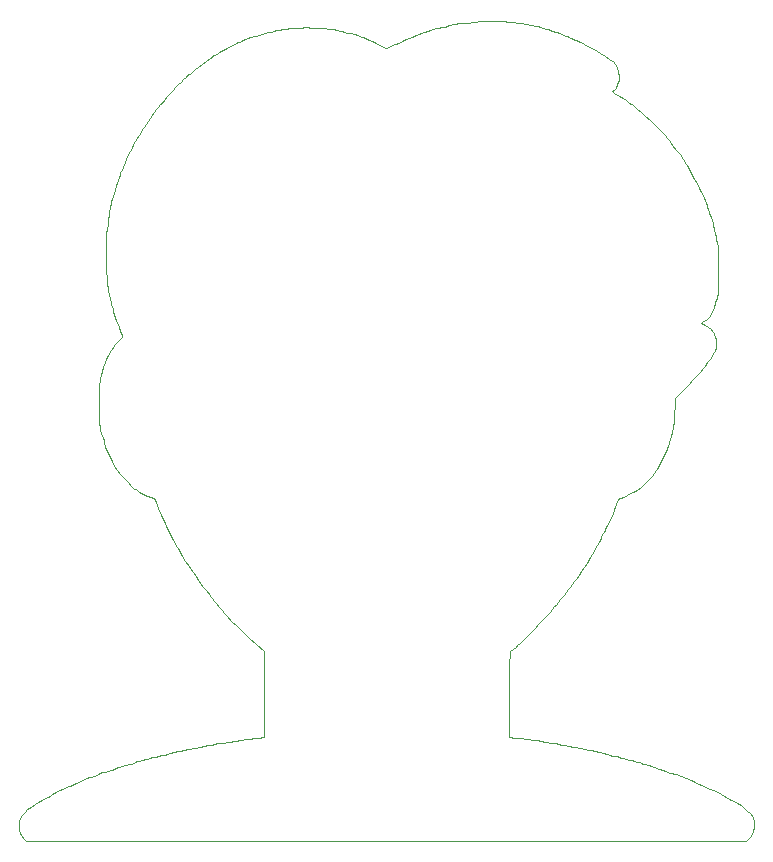
<source format=gm1>
G04 #@! TF.GenerationSoftware,KiCad,Pcbnew,6.0.9-8da3e8f707~117~ubuntu22.04.1*
G04 #@! TF.CreationDate,2022-12-24T17:10:54-08:00*
G04 #@! TF.ProjectId,covid-dude,636f7669-642d-4647-9564-652e6b696361,rev?*
G04 #@! TF.SameCoordinates,Original*
G04 #@! TF.FileFunction,Profile,NP*
%FSLAX46Y46*%
G04 Gerber Fmt 4.6, Leading zero omitted, Abs format (unit mm)*
G04 Created by KiCad (PCBNEW 6.0.9-8da3e8f707~117~ubuntu22.04.1) date 2022-12-24 17:10:54*
%MOMM*%
%LPD*%
G01*
G04 APERTURE LIST*
G04 #@! TA.AperFunction,Profile*
%ADD10C,0.100000*%
G04 #@! TD*
G04 APERTURE END LIST*
G04 #@! TO.C,G\u002A\u002A\u002A*
D10*
X108372391Y-65469981D02*
X108807708Y-65495749D01*
X108966369Y-65513191D01*
X109206942Y-65543117D01*
X109507998Y-65578730D01*
X109817499Y-65613922D01*
X109928062Y-65626084D01*
X110208969Y-65661834D01*
X110483881Y-65705670D01*
X110709485Y-65750351D01*
X110785321Y-65769348D01*
X110985842Y-65817043D01*
X111168325Y-65846500D01*
X111237882Y-65851100D01*
X111378629Y-65868443D01*
X111576654Y-65913335D01*
X111738307Y-65960272D01*
X111987036Y-66039691D01*
X112268581Y-66128732D01*
X112445434Y-66184196D01*
X112757065Y-66284952D01*
X113084089Y-66396658D01*
X113401975Y-66510331D01*
X113686194Y-66616990D01*
X113912216Y-66707654D01*
X114055511Y-66773340D01*
X114057683Y-66774510D01*
X114194932Y-66837901D01*
X114296948Y-66866620D01*
X114301032Y-66866764D01*
X114384249Y-66891569D01*
X114536404Y-66956772D01*
X114726899Y-67049101D01*
X114757270Y-67064667D01*
X114946245Y-67159351D01*
X115096472Y-67229273D01*
X115179806Y-67261442D01*
X115185363Y-67262222D01*
X115253628Y-67289592D01*
X115388208Y-67361238D01*
X115554449Y-67458358D01*
X115772793Y-67584183D01*
X116037260Y-67727375D01*
X116291502Y-67857445D01*
X116297261Y-67860275D01*
X116556830Y-68001013D01*
X116843974Y-68177004D01*
X117099064Y-68351581D01*
X117112472Y-68361527D01*
X117315905Y-68508812D01*
X117506302Y-68638898D01*
X117650201Y-68729134D01*
X117678173Y-68744469D01*
X117889449Y-68889706D01*
X118071490Y-69101283D01*
X118233029Y-69378889D01*
X118377672Y-69750399D01*
X118422939Y-70114312D01*
X118383294Y-70462896D01*
X118277638Y-70834053D01*
X118134250Y-71120224D01*
X117963294Y-71305949D01*
X117820137Y-71410889D01*
X118003721Y-71531040D01*
X118423431Y-71806640D01*
X118750445Y-72023382D01*
X118983849Y-72180658D01*
X119120712Y-72276378D01*
X119257256Y-72372860D01*
X119429530Y-72490431D01*
X119488418Y-72529750D01*
X119705296Y-72688980D01*
X119982716Y-72916245D01*
X120304740Y-73196386D01*
X120655430Y-73514249D01*
X121018848Y-73854678D01*
X121379054Y-74202516D01*
X121720111Y-74542607D01*
X122026080Y-74859795D01*
X122281023Y-75138924D01*
X122466707Y-75361855D01*
X122625882Y-75567255D01*
X122807419Y-75799748D01*
X122924855Y-75949161D01*
X123260060Y-76380472D01*
X123547384Y-76766379D01*
X123814578Y-77145433D01*
X124089395Y-77556186D01*
X124163145Y-77669272D01*
X124282639Y-77865587D01*
X124436775Y-78137148D01*
X124615330Y-78464132D01*
X124808080Y-78826713D01*
X125004803Y-79205066D01*
X125195273Y-79579367D01*
X125369267Y-79929791D01*
X125516562Y-80236512D01*
X125626934Y-80479707D01*
X125680374Y-80611334D01*
X125763593Y-80835395D01*
X125859194Y-81087049D01*
X125904428Y-81204000D01*
X125982019Y-81414480D01*
X126049177Y-81616365D01*
X126076961Y-81712000D01*
X126122740Y-81865850D01*
X126193276Y-82079040D01*
X126273028Y-82304667D01*
X126352128Y-82548116D01*
X126416752Y-82796200D01*
X126450917Y-82982000D01*
X126488507Y-83201256D01*
X126543186Y-83414681D01*
X126564344Y-83477031D01*
X126618034Y-83664423D01*
X126644079Y-83843554D01*
X126644543Y-83863455D01*
X126661504Y-84015011D01*
X126705082Y-84218511D01*
X126743541Y-84356202D01*
X126771009Y-84456947D01*
X126792957Y-84571832D01*
X126809969Y-84714047D01*
X126822628Y-84896782D01*
X126831520Y-85133226D01*
X126837228Y-85436568D01*
X126840336Y-85820000D01*
X126841429Y-86296710D01*
X126841406Y-86566222D01*
X126841192Y-87074900D01*
X126840219Y-87486078D01*
X126836976Y-87815143D01*
X126829957Y-88077480D01*
X126817652Y-88288478D01*
X126798553Y-88463522D01*
X126771151Y-88617999D01*
X126733937Y-88767296D01*
X126685404Y-88926798D01*
X126624041Y-89111893D01*
X126578531Y-89247334D01*
X126526916Y-89410519D01*
X126467298Y-89611057D01*
X126450286Y-89670667D01*
X126278214Y-90127284D01*
X126045286Y-90498086D01*
X125755912Y-90777051D01*
X125548592Y-90901975D01*
X125333718Y-91006259D01*
X125720813Y-91209219D01*
X125990689Y-91362272D01*
X126183059Y-91506999D01*
X126327145Y-91672536D01*
X126452170Y-91888018D01*
X126498821Y-91984889D01*
X126582767Y-92195182D01*
X126627606Y-92401697D01*
X126643403Y-92656031D01*
X126643990Y-92729103D01*
X126636784Y-92961333D01*
X126617285Y-93167686D01*
X126589556Y-93306640D01*
X126586673Y-93314745D01*
X126527227Y-93428494D01*
X126414347Y-93609632D01*
X126263230Y-93835800D01*
X126089072Y-94084640D01*
X125907070Y-94333793D01*
X125786447Y-94492158D01*
X125671179Y-94653754D01*
X125572451Y-94812849D01*
X125571580Y-94814427D01*
X125493975Y-94923567D01*
X125347936Y-95099295D01*
X125145393Y-95328734D01*
X124898272Y-95599006D01*
X124618500Y-95897235D01*
X124318006Y-96210543D01*
X124008717Y-96526052D01*
X123717037Y-96816659D01*
X123137193Y-97386873D01*
X123135092Y-98001992D01*
X123121987Y-98701169D01*
X123086940Y-99301599D01*
X123028635Y-99815534D01*
X122945758Y-100255222D01*
X122860007Y-100564445D01*
X122773243Y-100832388D01*
X122688271Y-101095471D01*
X122618596Y-101311851D01*
X122595816Y-101382889D01*
X122490585Y-101671638D01*
X122345564Y-102014670D01*
X122174781Y-102383462D01*
X121992263Y-102749493D01*
X121812039Y-103084239D01*
X121648135Y-103359178D01*
X121561095Y-103486783D01*
X121195095Y-103966875D01*
X120865824Y-104361384D01*
X120557089Y-104684506D01*
X120252699Y-104950434D01*
X119936461Y-105173366D01*
X119592182Y-105367495D01*
X119217947Y-105540930D01*
X118975563Y-105644611D01*
X118754978Y-105739070D01*
X118588455Y-105810486D01*
X118531753Y-105834871D01*
X118439595Y-105891382D01*
X118361666Y-105987086D01*
X118282477Y-106146290D01*
X118201118Y-106353706D01*
X118112699Y-106592036D01*
X118029045Y-106817041D01*
X117965809Y-106986632D01*
X117957011Y-107010138D01*
X117902133Y-107140078D01*
X117809688Y-107342580D01*
X117693226Y-107589495D01*
X117566298Y-107852674D01*
X117442454Y-108103967D01*
X117335243Y-108315226D01*
X117269467Y-108438445D01*
X117222215Y-108529329D01*
X117136789Y-108699469D01*
X117024309Y-108926512D01*
X116895897Y-109188103D01*
X116862310Y-109256889D01*
X116713489Y-109555098D01*
X116558462Y-109854082D01*
X116415003Y-110120233D01*
X116300883Y-110319939D01*
X116295200Y-110329334D01*
X116144444Y-110577746D01*
X115978398Y-110851899D01*
X115856932Y-111052833D01*
X115686302Y-111326831D01*
X115472244Y-111657783D01*
X115236030Y-112013909D01*
X114998934Y-112363431D01*
X114782229Y-112674570D01*
X114634537Y-112878946D01*
X114473700Y-113095825D01*
X114288105Y-113346196D01*
X114132436Y-113556279D01*
X113957333Y-113786166D01*
X113762078Y-114032823D01*
X113604699Y-114224000D01*
X113452052Y-114407378D01*
X113260557Y-114642055D01*
X113060900Y-114890276D01*
X112962418Y-115014222D01*
X112787854Y-115228048D01*
X112579034Y-115470105D01*
X112327036Y-115750110D01*
X112022936Y-116077783D01*
X111657811Y-116462841D01*
X111222739Y-116915001D01*
X111116035Y-117025185D01*
X110934568Y-117212555D01*
X110718022Y-117436394D01*
X110509788Y-117651846D01*
X110486957Y-117675485D01*
X110287142Y-117873182D01*
X110039362Y-118105063D01*
X109783525Y-118334200D01*
X109661701Y-118439041D01*
X109182671Y-118844083D01*
X109145363Y-120160597D01*
X109136796Y-120524971D01*
X109128914Y-120979652D01*
X109121951Y-121502058D01*
X109116138Y-122069608D01*
X109111708Y-122659720D01*
X109108893Y-123249814D01*
X109107925Y-123800378D01*
X109107795Y-126123644D01*
X109602784Y-126157004D01*
X109894121Y-126181137D01*
X110203163Y-126213826D01*
X110468203Y-126248467D01*
X110493764Y-126252385D01*
X110767356Y-126291160D01*
X111078755Y-126329341D01*
X111315830Y-126354261D01*
X111531566Y-126379229D01*
X111707122Y-126408289D01*
X111808418Y-126435659D01*
X111814432Y-126438839D01*
X111896567Y-126462521D01*
X112066338Y-126493814D01*
X112298853Y-126528622D01*
X112565414Y-126562407D01*
X112839626Y-126597838D01*
X113079709Y-126635432D01*
X113259193Y-126670616D01*
X113350064Y-126697960D01*
X113474413Y-126734692D01*
X113647786Y-126753867D01*
X113688075Y-126754667D01*
X113891051Y-126774532D01*
X114082905Y-126823169D01*
X114103671Y-126831284D01*
X114264235Y-126880669D01*
X114479789Y-126925438D01*
X114625128Y-126946375D01*
X114813730Y-126969933D01*
X115004105Y-126999023D01*
X115222628Y-127038440D01*
X115495673Y-127092976D01*
X115849615Y-127167424D01*
X115896213Y-127177375D01*
X116122876Y-127224444D01*
X116335832Y-127266365D01*
X116461915Y-127289342D01*
X116618332Y-127320360D01*
X116819557Y-127369443D01*
X117083727Y-127441421D01*
X117428982Y-127541125D01*
X117621603Y-127598098D01*
X117833371Y-127656673D01*
X118014668Y-127699021D01*
X118127712Y-127716364D01*
X118130735Y-127716417D01*
X118234538Y-127732424D01*
X118413824Y-127774639D01*
X118636218Y-127835175D01*
X118724721Y-127861167D01*
X118984666Y-127934704D01*
X119242668Y-128000370D01*
X119451419Y-128046282D01*
X119488418Y-128052956D01*
X119674454Y-128094472D01*
X119921682Y-128163250D01*
X120185479Y-128246589D01*
X120266152Y-128274276D01*
X120494150Y-128351022D01*
X120688476Y-128410428D01*
X120819803Y-128443791D01*
X120851589Y-128448000D01*
X120964090Y-128470033D01*
X121112652Y-128523400D01*
X121120403Y-128526789D01*
X121407107Y-128642770D01*
X121770133Y-128773033D01*
X122175741Y-128905710D01*
X122345211Y-128957658D01*
X122777623Y-129094025D01*
X123233663Y-129249249D01*
X123692793Y-129415373D01*
X124134472Y-129584437D01*
X124538159Y-129748483D01*
X124883316Y-129899552D01*
X125149402Y-130029684D01*
X125234102Y-130077049D01*
X125407783Y-130165878D01*
X125625893Y-130259065D01*
X125743233Y-130302474D01*
X126155229Y-130464931D01*
X126601230Y-130675375D01*
X127029448Y-130908200D01*
X127273040Y-131058957D01*
X127494446Y-131195034D01*
X127720906Y-131318525D01*
X127904751Y-131403501D01*
X127910475Y-131405705D01*
X128135914Y-131513908D01*
X128414222Y-131680533D01*
X128717125Y-131885327D01*
X129016353Y-132108039D01*
X129283635Y-132328415D01*
X129490699Y-132526203D01*
X129520412Y-132559001D01*
X129732035Y-132883105D01*
X129846248Y-133256500D01*
X129861135Y-133667930D01*
X129780728Y-134086456D01*
X129672650Y-134340353D01*
X129496419Y-134567880D01*
X129431187Y-134632923D01*
X129169959Y-134882667D01*
X98702908Y-134880879D01*
X68235857Y-134879090D01*
X68078010Y-134761625D01*
X67961718Y-134643047D01*
X67837714Y-134468871D01*
X67775079Y-134358488D01*
X67695151Y-134176882D01*
X67649388Y-133996231D01*
X67628811Y-133772061D01*
X67624987Y-133615013D01*
X67647208Y-133236941D01*
X67731852Y-132928063D01*
X67891989Y-132655989D01*
X68107326Y-132419769D01*
X68335152Y-132223615D01*
X68627183Y-132003084D01*
X68948959Y-131781594D01*
X69266023Y-131582566D01*
X69543917Y-131429421D01*
X69612069Y-131397022D01*
X69844727Y-131280262D01*
X70098425Y-131135934D01*
X70244098Y-131044081D01*
X70456552Y-130913056D01*
X70728672Y-130760745D01*
X71031742Y-130601616D01*
X71337048Y-130450139D01*
X71615872Y-130320782D01*
X71839500Y-130228014D01*
X71916371Y-130201475D01*
X72089956Y-130139239D01*
X72309838Y-130048712D01*
X72478619Y-129972628D01*
X72843130Y-129802173D01*
X73126713Y-129674136D01*
X73349507Y-129580202D01*
X73531655Y-129512053D01*
X73693298Y-129461375D01*
X73761832Y-129442802D01*
X73981685Y-129373258D01*
X74194765Y-129286423D01*
X74275867Y-129245506D01*
X74469153Y-129156282D01*
X74692552Y-129078741D01*
X74756058Y-129061734D01*
X74909770Y-129019511D01*
X75141572Y-128949706D01*
X75422508Y-128861295D01*
X75723625Y-128763253D01*
X75787973Y-128741860D01*
X76081517Y-128645436D01*
X76353147Y-128559024D01*
X76576741Y-128490742D01*
X76726177Y-128448703D01*
X76749666Y-128443072D01*
X76894895Y-128403034D01*
X77106780Y-128335207D01*
X77346340Y-128252239D01*
X77418465Y-128226034D01*
X77647509Y-128147260D01*
X77850293Y-128087237D01*
X77993371Y-128055530D01*
X78023989Y-128052889D01*
X78135765Y-128035882D01*
X78322614Y-127990313D01*
X78552625Y-127924356D01*
X78672596Y-127886692D01*
X78933625Y-127807699D01*
X79188377Y-127739789D01*
X79394773Y-127693875D01*
X79453041Y-127684292D01*
X79675121Y-127644283D01*
X79896511Y-127589738D01*
X79945879Y-127574696D01*
X80163533Y-127511869D01*
X80448707Y-127440009D01*
X80757444Y-127369363D01*
X81045786Y-127310184D01*
X81190423Y-127284491D01*
X81365204Y-127246671D01*
X81506843Y-127200310D01*
X81525710Y-127191463D01*
X81641945Y-127152046D01*
X81822407Y-127111774D01*
X81949986Y-127090747D01*
X82488874Y-127009164D01*
X82933427Y-126929611D01*
X83275364Y-126853606D01*
X83345061Y-126834998D01*
X83545943Y-126787617D01*
X83729869Y-126758334D01*
X83797622Y-126753845D01*
X83960382Y-126734570D01*
X84151919Y-126688039D01*
X84188641Y-126676230D01*
X84346730Y-126638072D01*
X84578260Y-126600946D01*
X84843636Y-126570738D01*
X84963970Y-126560941D01*
X85225156Y-126538020D01*
X85464110Y-126508925D01*
X85644273Y-126478443D01*
X85699382Y-126464647D01*
X85861001Y-126424903D01*
X86077395Y-126384472D01*
X86225167Y-126362469D01*
X86470061Y-126328449D01*
X86755049Y-126286009D01*
X86960579Y-126253640D01*
X87216350Y-126218096D01*
X87523427Y-126184163D01*
X87820089Y-126158575D01*
X87851559Y-126156418D01*
X88346548Y-126123644D01*
X88340414Y-118824222D01*
X87657435Y-118231556D01*
X87099010Y-117732931D01*
X86558093Y-117223023D01*
X86053041Y-116720168D01*
X85602207Y-116242700D01*
X85223946Y-115808957D01*
X85185441Y-115762111D01*
X85006987Y-115547649D01*
X84851916Y-115369151D01*
X84734912Y-115242954D01*
X84670662Y-115185395D01*
X84665332Y-115183556D01*
X84612579Y-115141062D01*
X84511755Y-115027313D01*
X84380559Y-114862907D01*
X84313691Y-114774334D01*
X84143219Y-114548403D01*
X83965640Y-114319141D01*
X83814159Y-114129301D01*
X83788190Y-114097743D01*
X83421152Y-113642513D01*
X83137116Y-113261604D01*
X83042239Y-113123334D01*
X82816153Y-112786929D01*
X82570469Y-112427513D01*
X82327801Y-112077780D01*
X82110765Y-111770421D01*
X82002723Y-111620590D01*
X81693716Y-111170154D01*
X81453454Y-110762408D01*
X81354710Y-110562951D01*
X81273918Y-110410236D01*
X81156736Y-110216991D01*
X81068180Y-110083174D01*
X80959509Y-109908992D01*
X80824298Y-109667763D01*
X80682191Y-109395494D01*
X80586627Y-109200445D01*
X80443836Y-108901435D01*
X80274248Y-108549224D01*
X80101069Y-108191876D01*
X79973497Y-107930445D01*
X79661981Y-107274614D01*
X79407834Y-106694471D01*
X79206409Y-106180667D01*
X79131338Y-105992663D01*
X79057544Y-105880714D01*
X78952441Y-105813161D01*
X78783439Y-105758344D01*
X78766998Y-105753786D01*
X78473336Y-105650387D01*
X78135552Y-105496897D01*
X77796616Y-105315282D01*
X77499499Y-105127512D01*
X77403247Y-105056585D01*
X77141182Y-104831855D01*
X76831614Y-104532080D01*
X76491868Y-104174735D01*
X76166323Y-103808746D01*
X75909190Y-103481551D01*
X75682193Y-103123973D01*
X75466967Y-102711112D01*
X75295304Y-102353376D01*
X75165207Y-102076079D01*
X75068049Y-101858487D01*
X74995206Y-101679866D01*
X74938052Y-101519481D01*
X74887961Y-101356600D01*
X74855711Y-101241778D01*
X74781905Y-100988390D01*
X74697922Y-100722284D01*
X74644220Y-100564445D01*
X74564070Y-100321032D01*
X74500873Y-100079326D01*
X74452807Y-99821806D01*
X74418046Y-99530948D01*
X74394766Y-99189232D01*
X74381144Y-98779135D01*
X74375354Y-98283136D01*
X74374840Y-97977146D01*
X74377810Y-97417515D01*
X74386625Y-96952438D01*
X74402565Y-96563674D01*
X74426910Y-96232980D01*
X74460940Y-95942115D01*
X74505934Y-95672836D01*
X74551707Y-95456222D01*
X74641962Y-95110919D01*
X74757466Y-94741263D01*
X74887373Y-94376630D01*
X75020838Y-94046393D01*
X75147013Y-93779926D01*
X75212729Y-93665942D01*
X75353201Y-93445711D01*
X75498750Y-93214749D01*
X75586792Y-93073275D01*
X75782763Y-92779505D01*
X75976458Y-92532394D01*
X76151124Y-92351841D01*
X76262644Y-92270409D01*
X76352814Y-92211924D01*
X76369822Y-92145305D01*
X76324537Y-92024943D01*
X76322324Y-92020013D01*
X76266694Y-91887407D01*
X76182084Y-91675267D01*
X76078614Y-91409989D01*
X75966407Y-91117973D01*
X75855583Y-90825615D01*
X75756263Y-90559315D01*
X75678568Y-90345469D01*
X75659624Y-90291556D01*
X75608771Y-90123777D01*
X75545553Y-89884739D01*
X75480124Y-89613813D01*
X75448535Y-89473111D01*
X75390671Y-89218889D01*
X75334846Y-88993207D01*
X75289056Y-88827493D01*
X75269479Y-88769307D01*
X75246044Y-88688326D01*
X75219132Y-88549204D01*
X75187550Y-88342938D01*
X75150107Y-88060523D01*
X75105610Y-87692956D01*
X75052867Y-87231235D01*
X74990686Y-86666354D01*
X74989006Y-86650889D01*
X74970870Y-86406576D01*
X74959036Y-86082273D01*
X74953142Y-85699408D01*
X74952826Y-85279409D01*
X74957725Y-84843702D01*
X74967477Y-84413715D01*
X74981718Y-84010875D01*
X75000086Y-83656609D01*
X75022219Y-83372344D01*
X75047745Y-83179556D01*
X75080836Y-82989797D01*
X75121622Y-82728319D01*
X75163974Y-82435446D01*
X75189323Y-82248222D01*
X75233659Y-81928754D01*
X75284886Y-81587801D01*
X75334896Y-81278367D01*
X75357720Y-81147556D01*
X75399673Y-80924673D01*
X75442072Y-80724733D01*
X75490767Y-80527620D01*
X75551610Y-80313216D01*
X75630450Y-80061404D01*
X75733140Y-79752066D01*
X75865530Y-79365087D01*
X75932285Y-79172000D01*
X76015097Y-78922040D01*
X76092682Y-78669494D01*
X76148580Y-78468000D01*
X76149619Y-78463831D01*
X76208354Y-78280510D01*
X76303182Y-78040444D01*
X76416803Y-77786417D01*
X76456709Y-77704332D01*
X76559595Y-77493369D01*
X76639834Y-77320529D01*
X76686153Y-77210523D01*
X76693095Y-77186120D01*
X76718627Y-77104861D01*
X76788574Y-76944150D01*
X76892962Y-76723522D01*
X77021818Y-76462514D01*
X77165166Y-76180663D01*
X77313035Y-75897504D01*
X77455449Y-75632575D01*
X77582435Y-75405412D01*
X77684020Y-75235551D01*
X77706686Y-75200721D01*
X77844582Y-74992986D01*
X77971923Y-74797969D01*
X78064381Y-74652987D01*
X78074709Y-74636277D01*
X78188239Y-74456550D01*
X78340545Y-74222749D01*
X78514117Y-73960959D01*
X78691448Y-73697270D01*
X78855029Y-73457769D01*
X78987350Y-73268546D01*
X79052837Y-73178869D01*
X79226117Y-72956220D01*
X79404974Y-72735729D01*
X79574167Y-72535113D01*
X79718455Y-72372085D01*
X79822596Y-72264364D01*
X79869723Y-72229334D01*
X79923815Y-72184386D01*
X79994515Y-72075137D01*
X80000011Y-72064705D01*
X80083946Y-71932832D01*
X80213260Y-71761180D01*
X80325119Y-71627260D01*
X80461254Y-71478523D01*
X80643103Y-71288557D01*
X80856276Y-71071460D01*
X81086379Y-70841329D01*
X81319024Y-70612262D01*
X81539817Y-70398355D01*
X81734369Y-70213707D01*
X81888288Y-70072413D01*
X81987183Y-69988572D01*
X82015348Y-69971556D01*
X82079963Y-69937121D01*
X82201384Y-69847200D01*
X82341055Y-69731667D01*
X82535448Y-69569863D01*
X82800158Y-69358438D01*
X83113849Y-69113959D01*
X83455187Y-68852992D01*
X83802836Y-68592105D01*
X83925613Y-68501257D01*
X84090491Y-68387119D01*
X84225721Y-68306704D01*
X84298694Y-68278222D01*
X84386569Y-68239729D01*
X84470930Y-68165953D01*
X84552102Y-68107097D01*
X84714395Y-68011556D01*
X84936331Y-67890225D01*
X85196431Y-67754001D01*
X85473218Y-67613779D01*
X85745212Y-67480454D01*
X85990934Y-67364924D01*
X86188908Y-67278082D01*
X86310022Y-67233007D01*
X86436215Y-67185305D01*
X86618112Y-67104742D01*
X86772801Y-67030248D01*
X86984364Y-66933038D01*
X87192754Y-66851089D01*
X87310218Y-66813957D01*
X87472077Y-66767643D01*
X87694283Y-66698087D01*
X87930558Y-66619805D01*
X87945623Y-66614650D01*
X88201012Y-66537128D01*
X88465946Y-66472649D01*
X88681035Y-66435464D01*
X88875110Y-66406959D01*
X89033381Y-66371816D01*
X89095293Y-66349830D01*
X89196295Y-66311211D01*
X89364126Y-66266996D01*
X89611271Y-66214443D01*
X89950217Y-66150810D01*
X90213363Y-66104345D01*
X90541527Y-66062943D01*
X90956571Y-66034498D01*
X91433007Y-66018797D01*
X91945346Y-66015630D01*
X92468099Y-66024784D01*
X92975779Y-66046047D01*
X93442898Y-66079208D01*
X93843966Y-66124054D01*
X93918708Y-66135139D01*
X94224502Y-66185672D01*
X94517439Y-66238884D01*
X94764778Y-66288533D01*
X94933779Y-66328378D01*
X94936971Y-66329265D01*
X95169234Y-66388192D01*
X95428349Y-66445384D01*
X95530957Y-66465348D01*
X95769827Y-66515789D01*
X96022709Y-66584638D01*
X96321994Y-66681420D01*
X96605790Y-66781457D01*
X96775341Y-66843729D01*
X96928095Y-66903329D01*
X97085993Y-66969982D01*
X97270976Y-67053411D01*
X97504985Y-67163341D01*
X97809963Y-67309496D01*
X97954305Y-67379104D01*
X98722635Y-67749986D01*
X99475987Y-67423727D01*
X99758757Y-67300065D01*
X100015974Y-67185373D01*
X100224018Y-67090341D01*
X100359271Y-67025658D01*
X100383377Y-67013083D01*
X100608723Y-66903305D01*
X100902214Y-66779210D01*
X101222981Y-66656699D01*
X101530158Y-66551672D01*
X101697104Y-66501968D01*
X101950261Y-66425583D01*
X102238606Y-66328254D01*
X102460801Y-66245954D01*
X102709497Y-66160566D01*
X102969272Y-66090429D01*
X103167928Y-66053173D01*
X103395296Y-66016182D01*
X103618279Y-65964927D01*
X103705345Y-65938820D01*
X104044802Y-65844315D01*
X104476810Y-65756548D01*
X104980893Y-65677175D01*
X105536578Y-65607853D01*
X106123388Y-65550238D01*
X106720850Y-65505987D01*
X107308487Y-65476756D01*
X107865826Y-65464202D01*
X108372391Y-65469981D01*
G04 #@! TD*
M02*

</source>
